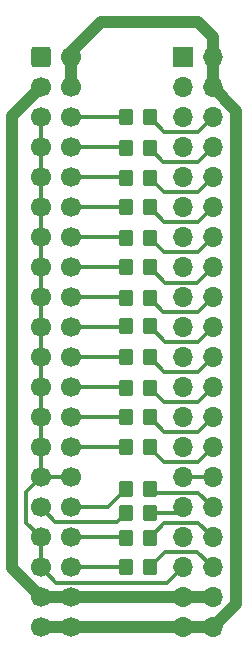
<source format=gbr>
%TF.GenerationSoftware,KiCad,Pcbnew,7.0.7*%
%TF.CreationDate,2023-11-07T17:05:22-05:00*%
%TF.ProjectId,Expansion_Buffer,45787061-6e73-4696-9f6e-5f4275666665,rev?*%
%TF.SameCoordinates,Original*%
%TF.FileFunction,Copper,L1,Top*%
%TF.FilePolarity,Positive*%
%FSLAX46Y46*%
G04 Gerber Fmt 4.6, Leading zero omitted, Abs format (unit mm)*
G04 Created by KiCad (PCBNEW 7.0.7) date 2023-11-07 17:05:22*
%MOMM*%
%LPD*%
G01*
G04 APERTURE LIST*
G04 Aperture macros list*
%AMRoundRect*
0 Rectangle with rounded corners*
0 $1 Rounding radius*
0 $2 $3 $4 $5 $6 $7 $8 $9 X,Y pos of 4 corners*
0 Add a 4 corners polygon primitive as box body*
4,1,4,$2,$3,$4,$5,$6,$7,$8,$9,$2,$3,0*
0 Add four circle primitives for the rounded corners*
1,1,$1+$1,$2,$3*
1,1,$1+$1,$4,$5*
1,1,$1+$1,$6,$7*
1,1,$1+$1,$8,$9*
0 Add four rect primitives between the rounded corners*
20,1,$1+$1,$2,$3,$4,$5,0*
20,1,$1+$1,$4,$5,$6,$7,0*
20,1,$1+$1,$6,$7,$8,$9,0*
20,1,$1+$1,$8,$9,$2,$3,0*%
G04 Aperture macros list end*
%TA.AperFunction,ComponentPad*%
%ADD10RoundRect,0.250000X-0.600000X-0.600000X0.600000X-0.600000X0.600000X0.600000X-0.600000X0.600000X0*%
%TD*%
%TA.AperFunction,ComponentPad*%
%ADD11C,1.700000*%
%TD*%
%TA.AperFunction,SMDPad,CuDef*%
%ADD12RoundRect,0.250000X0.350000X0.450000X-0.350000X0.450000X-0.350000X-0.450000X0.350000X-0.450000X0*%
%TD*%
%TA.AperFunction,SMDPad,CuDef*%
%ADD13RoundRect,0.250000X-0.350000X-0.450000X0.350000X-0.450000X0.350000X0.450000X-0.350000X0.450000X0*%
%TD*%
%TA.AperFunction,ComponentPad*%
%ADD14R,1.700000X1.700000*%
%TD*%
%TA.AperFunction,ComponentPad*%
%ADD15O,1.700000X1.700000*%
%TD*%
%TA.AperFunction,Conductor*%
%ADD16C,1.000000*%
%TD*%
%TA.AperFunction,Conductor*%
%ADD17C,0.350000*%
%TD*%
G04 APERTURE END LIST*
D10*
%TO.P,J2,1,Pin_1*%
%TO.N,unconnected-(J2-Pin_1-Pad1)*%
X96800000Y-72620000D03*
D11*
%TO.P,J2,2,Pin_2*%
%TO.N,+5V*%
X99340000Y-72620000D03*
%TO.P,J2,3,Pin_3*%
%TO.N,GND*%
X96800000Y-75160000D03*
%TO.P,J2,4,Pin_4*%
%TO.N,+5V*%
X99340000Y-75160000D03*
%TO.P,J2,5,Pin_5*%
%TO.N,CLK_V3*%
X96800000Y-77700000D03*
%TO.P,J2,6,Pin_6*%
%TO.N,IN1*%
X99340000Y-77700000D03*
%TO.P,J2,7,Pin_7*%
%TO.N,CLK_V3*%
X96800000Y-80240000D03*
%TO.P,J2,8,Pin_8*%
%TO.N,IN2*%
X99340000Y-80240000D03*
%TO.P,J2,9,Pin_9*%
%TO.N,CLK_V3*%
X96800000Y-82780000D03*
%TO.P,J2,10,Pin_10*%
%TO.N,IN3*%
X99340000Y-82780000D03*
%TO.P,J2,11,Pin_11*%
%TO.N,CLK_V3*%
X96800000Y-85320000D03*
%TO.P,J2,12,Pin_12*%
%TO.N,IN4*%
X99340000Y-85320000D03*
%TO.P,J2,13,Pin_13*%
%TO.N,CLK_V3*%
X96800000Y-87860000D03*
%TO.P,J2,14,Pin_14*%
%TO.N,IN5*%
X99340000Y-87860000D03*
%TO.P,J2,15,Pin_15*%
%TO.N,CLK_V3*%
X96800000Y-90400000D03*
%TO.P,J2,16,Pin_16*%
%TO.N,IN6*%
X99340000Y-90400000D03*
%TO.P,J2,17,Pin_17*%
%TO.N,CLK_V3*%
X96800000Y-92940000D03*
%TO.P,J2,18,Pin_18*%
%TO.N,IN7*%
X99340000Y-92940000D03*
%TO.P,J2,19,Pin_19*%
%TO.N,CLK_V3*%
X96800000Y-95480000D03*
%TO.P,J2,20,Pin_20*%
%TO.N,IN8*%
X99340000Y-95480000D03*
%TO.P,J2,21,Pin_21*%
%TO.N,CLK_V3*%
X96800000Y-98020000D03*
%TO.P,J2,22,Pin_22*%
%TO.N,IN9*%
X99340000Y-98020000D03*
%TO.P,J2,23,Pin_23*%
%TO.N,CLK_V3*%
X96800000Y-100560000D03*
%TO.P,J2,24,Pin_24*%
%TO.N,IN10*%
X99340000Y-100560000D03*
%TO.P,J2,25,Pin_25*%
%TO.N,CLK_V3*%
X96800000Y-103100000D03*
%TO.P,J2,26,Pin_26*%
%TO.N,IN11*%
X99340000Y-103100000D03*
%TO.P,J2,27,Pin_27*%
%TO.N,CLK_V3*%
X96800000Y-105640000D03*
%TO.P,J2,28,Pin_28*%
%TO.N,IN12*%
X99340000Y-105640000D03*
%TO.P,J2,29,Pin_29*%
%TO.N,CLK_V3*%
X96800000Y-108180000D03*
%TO.P,J2,30,Pin_30*%
X99340000Y-108180000D03*
%TO.P,J2,31,Pin_31*%
%TO.N,IN13*%
X96800000Y-110720000D03*
%TO.P,J2,32,Pin_32*%
%TO.N,IN14*%
X99340000Y-110720000D03*
%TO.P,J2,33,Pin_33*%
%TO.N,CLK_V3*%
X96800000Y-113260000D03*
%TO.P,J2,34,Pin_34*%
%TO.N,IN15*%
X99340000Y-113260000D03*
%TO.P,J2,35,Pin_35*%
%TO.N,CLK_V3*%
X96800000Y-115800000D03*
%TO.P,J2,36,Pin_36*%
%TO.N,IN16*%
X99340000Y-115800000D03*
%TO.P,J2,37,Pin_37*%
%TO.N,GND*%
X96800000Y-118340000D03*
%TO.P,J2,38,Pin_38*%
X99340000Y-118340000D03*
%TO.P,J2,39,Pin_39*%
%TO.N,+5V*%
X96800000Y-120880000D03*
%TO.P,J2,40,Pin_40*%
X99340000Y-120880000D03*
%TD*%
D12*
%TO.P,R11,1*%
%TO.N,OUT11*%
X106000000Y-103100000D03*
%TO.P,R11,2*%
%TO.N,IN11*%
X104000000Y-103100000D03*
%TD*%
%TO.P,R15,1*%
%TO.N,OUT15*%
X106000000Y-113300000D03*
%TO.P,R15,2*%
%TO.N,IN15*%
X104000000Y-113300000D03*
%TD*%
%TO.P,R9,1*%
%TO.N,OUT9*%
X106000000Y-98000000D03*
%TO.P,R9,2*%
%TO.N,IN9*%
X104000000Y-98000000D03*
%TD*%
%TO.P,R10,1*%
%TO.N,OUT10*%
X106000000Y-100600000D03*
%TO.P,R10,2*%
%TO.N,IN10*%
X104000000Y-100600000D03*
%TD*%
%TO.P,R3,1*%
%TO.N,OUT3*%
X106000000Y-82800000D03*
%TO.P,R3,2*%
%TO.N,IN3*%
X104000000Y-82800000D03*
%TD*%
%TO.P,R16,1*%
%TO.N,OUT16*%
X106000000Y-115800000D03*
%TO.P,R16,2*%
%TO.N,IN16*%
X104000000Y-115800000D03*
%TD*%
%TO.P,R4,1*%
%TO.N,OUT4*%
X106000000Y-85300000D03*
%TO.P,R4,2*%
%TO.N,IN4*%
X104000000Y-85300000D03*
%TD*%
%TO.P,R6,1*%
%TO.N,OUT6*%
X106000000Y-90400000D03*
%TO.P,R6,2*%
%TO.N,IN6*%
X104000000Y-90400000D03*
%TD*%
%TO.P,R8,1*%
%TO.N,OUT8*%
X106000000Y-95400000D03*
%TO.P,R8,2*%
%TO.N,IN8*%
X104000000Y-95400000D03*
%TD*%
%TO.P,R7,1*%
%TO.N,OUT7*%
X106000000Y-93000000D03*
%TO.P,R7,2*%
%TO.N,IN7*%
X104000000Y-93000000D03*
%TD*%
%TO.P,R2,1*%
%TO.N,OUT2*%
X106000000Y-80300000D03*
%TO.P,R2,2*%
%TO.N,IN2*%
X104000000Y-80300000D03*
%TD*%
%TO.P,R14,1*%
%TO.N,OUT14*%
X106000000Y-109200000D03*
%TO.P,R14,2*%
%TO.N,IN14*%
X104000000Y-109200000D03*
%TD*%
%TO.P,R1,1*%
%TO.N,OUT1*%
X106000000Y-77700000D03*
%TO.P,R1,2*%
%TO.N,IN1*%
X104000000Y-77700000D03*
%TD*%
D13*
%TO.P,R13,1*%
%TO.N,IN13*%
X104000000Y-111200000D03*
%TO.P,R13,2*%
%TO.N,OUT13*%
X106000000Y-111200000D03*
%TD*%
D12*
%TO.P,R12,1*%
%TO.N,OUT12*%
X106000000Y-105600000D03*
%TO.P,R12,2*%
%TO.N,IN12*%
X104000000Y-105600000D03*
%TD*%
%TO.P,R5,1*%
%TO.N,OUT5*%
X106000000Y-87900000D03*
%TO.P,R5,2*%
%TO.N,IN5*%
X104000000Y-87900000D03*
%TD*%
D14*
%TO.P,J1,1,Pin_1*%
%TO.N,unconnected-(J1-Pin_1-Pad1)*%
X108800000Y-72620000D03*
D15*
%TO.P,J1,2,Pin_2*%
%TO.N,+5V*%
X111340000Y-72620000D03*
%TO.P,J1,3,Pin_3*%
%TO.N,GND*%
X108800000Y-75160000D03*
%TO.P,J1,4,Pin_4*%
%TO.N,+5V*%
X111340000Y-75160000D03*
%TO.P,J1,5,Pin_5*%
%TO.N,CLK_V3*%
X108800000Y-77700000D03*
%TO.P,J1,6,Pin_6*%
%TO.N,OUT1*%
X111340000Y-77700000D03*
%TO.P,J1,7,Pin_7*%
%TO.N,CLK_V3*%
X108800000Y-80240000D03*
%TO.P,J1,8,Pin_8*%
%TO.N,OUT2*%
X111340000Y-80240000D03*
%TO.P,J1,9,Pin_9*%
%TO.N,CLK_V3*%
X108800000Y-82780000D03*
%TO.P,J1,10,Pin_10*%
%TO.N,OUT3*%
X111340000Y-82780000D03*
%TO.P,J1,11,Pin_11*%
%TO.N,CLK_V3*%
X108800000Y-85320000D03*
%TO.P,J1,12,Pin_12*%
%TO.N,OUT4*%
X111340000Y-85320000D03*
%TO.P,J1,13,Pin_13*%
%TO.N,CLK_V3*%
X108800000Y-87860000D03*
%TO.P,J1,14,Pin_14*%
%TO.N,OUT5*%
X111340000Y-87860000D03*
%TO.P,J1,15,Pin_15*%
%TO.N,CLK_V3*%
X108800000Y-90400000D03*
%TO.P,J1,16,Pin_16*%
%TO.N,OUT6*%
X111340000Y-90400000D03*
%TO.P,J1,17,Pin_17*%
%TO.N,CLK_V3*%
X108800000Y-92940000D03*
%TO.P,J1,18,Pin_18*%
%TO.N,OUT7*%
X111340000Y-92940000D03*
%TO.P,J1,19,Pin_19*%
%TO.N,CLK_V3*%
X108800000Y-95480000D03*
%TO.P,J1,20,Pin_20*%
%TO.N,OUT8*%
X111340000Y-95480000D03*
%TO.P,J1,21,Pin_21*%
%TO.N,CLK_V3*%
X108800000Y-98020000D03*
%TO.P,J1,22,Pin_22*%
%TO.N,OUT9*%
X111340000Y-98020000D03*
%TO.P,J1,23,Pin_23*%
%TO.N,CLK_V3*%
X108800000Y-100560000D03*
%TO.P,J1,24,Pin_24*%
%TO.N,OUT10*%
X111340000Y-100560000D03*
%TO.P,J1,25,Pin_25*%
%TO.N,CLK_V3*%
X108800000Y-103100000D03*
%TO.P,J1,26,Pin_26*%
%TO.N,OUT11*%
X111340000Y-103100000D03*
%TO.P,J1,27,Pin_27*%
%TO.N,CLK_V3*%
X108800000Y-105640000D03*
%TO.P,J1,28,Pin_28*%
%TO.N,OUT12*%
X111340000Y-105640000D03*
%TO.P,J1,29,Pin_29*%
%TO.N,CLK_V3*%
X108800000Y-108180000D03*
%TO.P,J1,30,Pin_30*%
X111340000Y-108180000D03*
%TO.P,J1,31,Pin_31*%
%TO.N,OUT13*%
X108800000Y-110720000D03*
%TO.P,J1,32,Pin_32*%
%TO.N,OUT14*%
X111340000Y-110720000D03*
%TO.P,J1,33,Pin_33*%
%TO.N,CLK_V3*%
X108800000Y-113260000D03*
%TO.P,J1,34,Pin_34*%
%TO.N,OUT15*%
X111340000Y-113260000D03*
%TO.P,J1,35,Pin_35*%
%TO.N,CLK_V3*%
X108800000Y-115800000D03*
%TO.P,J1,36,Pin_36*%
%TO.N,OUT16*%
X111340000Y-115800000D03*
%TO.P,J1,37,Pin_37*%
%TO.N,GND*%
X108800000Y-118340000D03*
%TO.P,J1,38,Pin_38*%
X111340000Y-118340000D03*
%TO.P,J1,39,Pin_39*%
%TO.N,+5V*%
X108800000Y-120880000D03*
%TO.P,J1,40,Pin_40*%
X111340000Y-120880000D03*
%TD*%
D16*
%TO.N,+5V*%
X111340000Y-70857919D02*
X111340000Y-72620000D01*
X99340000Y-72620000D02*
X99340000Y-72180000D01*
X113340000Y-118880000D02*
X113340000Y-77160000D01*
X113340000Y-77160000D02*
X111340000Y-75160000D01*
X111340000Y-75160000D02*
X111340000Y-72620000D01*
X111340000Y-120880000D02*
X113340000Y-118880000D01*
X96800000Y-120880000D02*
X111340000Y-120880000D01*
X110082081Y-69600000D02*
X111340000Y-70857919D01*
X99340000Y-75160000D02*
X99340000Y-72620000D01*
X99340000Y-72180000D02*
X101920000Y-69600000D01*
X101920000Y-69600000D02*
X110082081Y-69600000D01*
%TO.N,GND*%
X94340000Y-77620000D02*
X96800000Y-75160000D01*
X111340000Y-118340000D02*
X96800000Y-118340000D01*
X96800000Y-118340000D02*
X94340000Y-115880000D01*
X94340000Y-115880000D02*
X94340000Y-77620000D01*
D17*
%TO.N,CLK_V3*%
X108800000Y-108180000D02*
X111340000Y-108180000D01*
X95575000Y-109405000D02*
X95575000Y-112035000D01*
X107485000Y-117115000D02*
X108800000Y-115800000D01*
X95575000Y-112035000D02*
X96800000Y-113260000D01*
X98115000Y-117115000D02*
X107485000Y-117115000D01*
X96800000Y-77700000D02*
X96800000Y-108180000D01*
X96800000Y-108180000D02*
X95575000Y-109405000D01*
X96800000Y-115800000D02*
X98115000Y-117115000D01*
X96800000Y-113260000D02*
X96800000Y-115800000D01*
X99340000Y-108180000D02*
X96800000Y-108180000D01*
%TO.N,IN1*%
X99340000Y-77700000D02*
X104000000Y-77700000D01*
%TO.N,IN2*%
X99340000Y-80240000D02*
X103940000Y-80240000D01*
X103940000Y-80240000D02*
X104000000Y-80300000D01*
%TO.N,IN3*%
X103980000Y-82780000D02*
X104000000Y-82800000D01*
X99340000Y-82780000D02*
X103980000Y-82780000D01*
%TO.N,IN4*%
X104000000Y-85300000D02*
X103980000Y-85320000D01*
X103980000Y-85320000D02*
X99340000Y-85320000D01*
%TO.N,IN5*%
X99340000Y-87860000D02*
X103960000Y-87860000D01*
X103960000Y-87860000D02*
X104000000Y-87900000D01*
%TO.N,IN6*%
X99340000Y-90400000D02*
X104000000Y-90400000D01*
%TO.N,IN7*%
X103940000Y-92940000D02*
X104000000Y-93000000D01*
X99340000Y-92940000D02*
X103940000Y-92940000D01*
%TO.N,IN8*%
X103920000Y-95480000D02*
X99340000Y-95480000D01*
X104000000Y-95400000D02*
X103920000Y-95480000D01*
%TO.N,IN9*%
X99340000Y-98020000D02*
X103980000Y-98020000D01*
X103980000Y-98020000D02*
X104000000Y-98000000D01*
%TO.N,IN10*%
X104000000Y-100600000D02*
X103960000Y-100560000D01*
X103960000Y-100560000D02*
X99340000Y-100560000D01*
%TO.N,IN11*%
X99340000Y-103100000D02*
X104000000Y-103100000D01*
%TO.N,IN12*%
X104000000Y-105600000D02*
X103960000Y-105640000D01*
X103960000Y-105640000D02*
X99340000Y-105640000D01*
%TO.N,IN13*%
X96800000Y-110720000D02*
X98025000Y-111945000D01*
X98025000Y-111945000D02*
X103255000Y-111945000D01*
X103255000Y-111945000D02*
X104000000Y-111200000D01*
%TO.N,IN14*%
X102480000Y-110720000D02*
X104000000Y-109200000D01*
X99340000Y-110720000D02*
X102480000Y-110720000D01*
%TO.N,OUT1*%
X107225000Y-78925000D02*
X110115000Y-78925000D01*
X106000000Y-77700000D02*
X107225000Y-78925000D01*
X110115000Y-78925000D02*
X111340000Y-77700000D01*
%TO.N,OUT2*%
X107165000Y-81465000D02*
X106000000Y-80300000D01*
X111340000Y-80240000D02*
X110115000Y-81465000D01*
X110115000Y-81465000D02*
X107165000Y-81465000D01*
%TO.N,OUT3*%
X106000000Y-82800000D02*
X107205000Y-84005000D01*
X107205000Y-84005000D02*
X110115000Y-84005000D01*
X110115000Y-84005000D02*
X111340000Y-82780000D01*
%TO.N,OUT4*%
X110115000Y-86545000D02*
X111340000Y-85320000D01*
X107245000Y-86545000D02*
X110115000Y-86545000D01*
X106000000Y-85300000D02*
X107245000Y-86545000D01*
%TO.N,OUT5*%
X107185000Y-89085000D02*
X106000000Y-87900000D01*
X111340000Y-87860000D02*
X110115000Y-89085000D01*
X110115000Y-89085000D02*
X107185000Y-89085000D01*
%TO.N,OUT6*%
X106000000Y-90400000D02*
X107315000Y-91715000D01*
X110025000Y-91715000D02*
X111340000Y-90400000D01*
X107315000Y-91715000D02*
X110025000Y-91715000D01*
%TO.N,OUT7*%
X107165000Y-94165000D02*
X110115000Y-94165000D01*
X106000000Y-93000000D02*
X107165000Y-94165000D01*
X110115000Y-94165000D02*
X111340000Y-92940000D01*
%TO.N,OUT8*%
X110115000Y-96705000D02*
X107330000Y-96705000D01*
X111340000Y-95480000D02*
X110115000Y-96705000D01*
X106025000Y-95400000D02*
X106000000Y-95400000D01*
X107330000Y-96705000D02*
X106025000Y-95400000D01*
%TO.N,OUT9*%
X110115000Y-99245000D02*
X111340000Y-98020000D01*
X106000000Y-98000000D02*
X107245000Y-99245000D01*
X107245000Y-99245000D02*
X110115000Y-99245000D01*
%TO.N,OUT10*%
X107200000Y-101800000D02*
X110100000Y-101800000D01*
X110100000Y-101800000D02*
X111340000Y-100560000D01*
X106000000Y-100600000D02*
X107200000Y-101800000D01*
%TO.N,OUT11*%
X110115000Y-104325000D02*
X107225000Y-104325000D01*
X111340000Y-103100000D02*
X110115000Y-104325000D01*
X107225000Y-104325000D02*
X106000000Y-103100000D01*
%TO.N,OUT12*%
X111340000Y-105640000D02*
X110080000Y-106900000D01*
X110080000Y-106900000D02*
X107200000Y-106900000D01*
X107200000Y-106900000D02*
X106000000Y-105700000D01*
X106000000Y-105700000D02*
X106000000Y-105600000D01*
%TO.N,OUT13*%
X108800000Y-110720000D02*
X108320000Y-111200000D01*
X108320000Y-111200000D02*
X106000000Y-111200000D01*
%TO.N,OUT14*%
X106295000Y-109495000D02*
X106000000Y-109200000D01*
X111340000Y-110720000D02*
X110115000Y-109495000D01*
X110115000Y-109495000D02*
X106295000Y-109495000D01*
%TO.N,OUT15*%
X106000000Y-113300000D02*
X107265000Y-112035000D01*
X107265000Y-112035000D02*
X110115000Y-112035000D01*
X110115000Y-112035000D02*
X111340000Y-113260000D01*
%TO.N,OUT16*%
X111340000Y-115800000D02*
X110040000Y-114500000D01*
X107300000Y-114500000D02*
X106000000Y-115800000D01*
X110040000Y-114500000D02*
X107300000Y-114500000D01*
%TO.N,IN15*%
X99340000Y-113260000D02*
X103960000Y-113260000D01*
X103960000Y-113260000D02*
X104000000Y-113300000D01*
%TO.N,IN16*%
X99340000Y-115800000D02*
X104000000Y-115800000D01*
%TD*%
M02*

</source>
